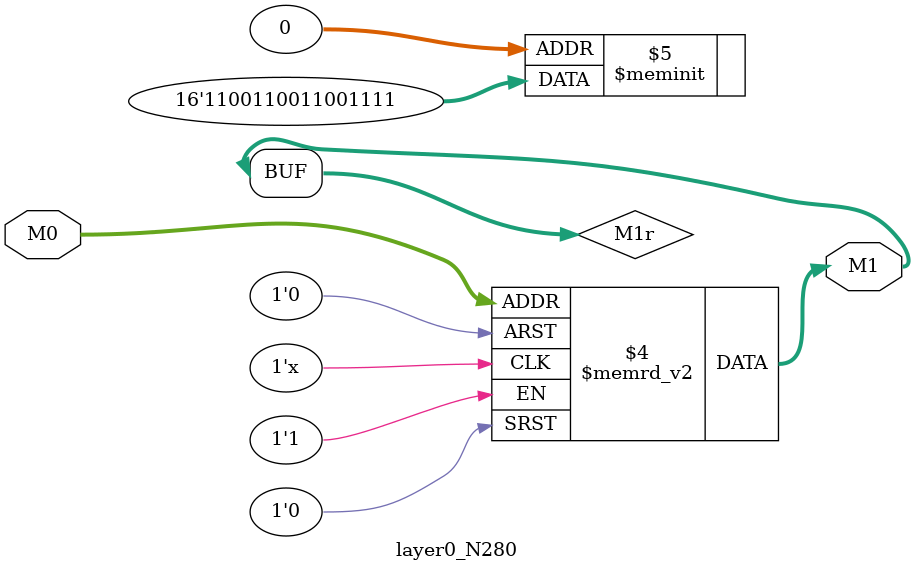
<source format=v>
module layer0_N280 ( input [2:0] M0, output [1:0] M1 );

	(*rom_style = "distributed" *) reg [1:0] M1r;
	assign M1 = M1r;
	always @ (M0) begin
		case (M0)
			3'b000: M1r = 2'b11;
			3'b100: M1r = 2'b00;
			3'b010: M1r = 2'b00;
			3'b110: M1r = 2'b00;
			3'b001: M1r = 2'b11;
			3'b101: M1r = 2'b11;
			3'b011: M1r = 2'b11;
			3'b111: M1r = 2'b11;

		endcase
	end
endmodule

</source>
